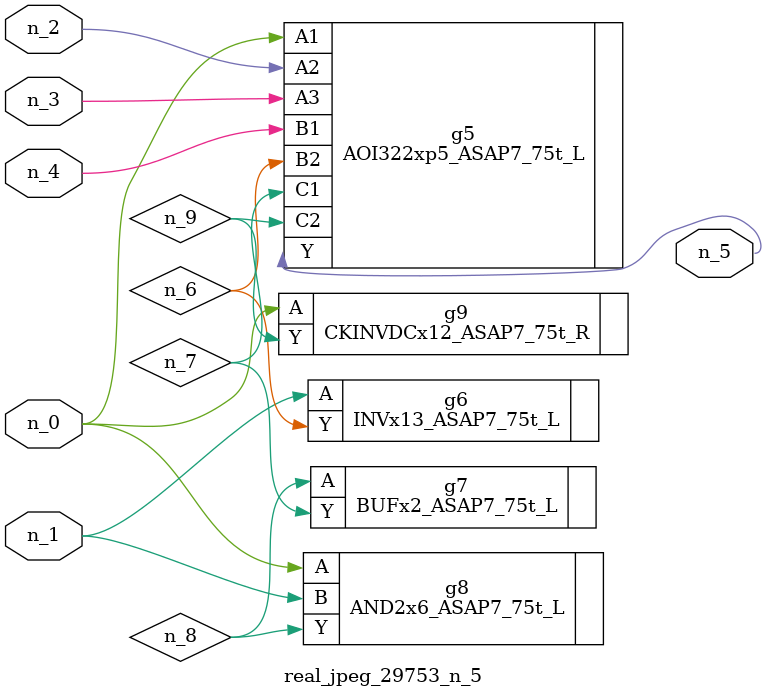
<source format=v>
module real_jpeg_29753_n_5 (n_4, n_0, n_1, n_2, n_3, n_5);

input n_4;
input n_0;
input n_1;
input n_2;
input n_3;

output n_5;

wire n_8;
wire n_6;
wire n_7;
wire n_9;

AOI322xp5_ASAP7_75t_L g5 ( 
.A1(n_0),
.A2(n_2),
.A3(n_3),
.B1(n_4),
.B2(n_6),
.C1(n_7),
.C2(n_9),
.Y(n_5)
);

AND2x6_ASAP7_75t_L g8 ( 
.A(n_0),
.B(n_1),
.Y(n_8)
);

CKINVDCx12_ASAP7_75t_R g9 ( 
.A(n_0),
.Y(n_9)
);

INVx13_ASAP7_75t_L g6 ( 
.A(n_1),
.Y(n_6)
);

BUFx2_ASAP7_75t_L g7 ( 
.A(n_8),
.Y(n_7)
);


endmodule
</source>
